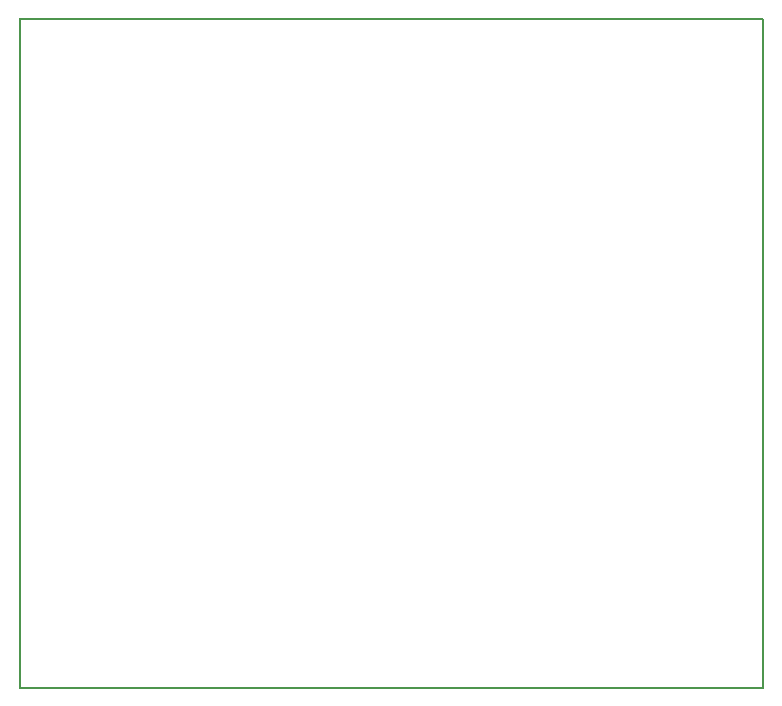
<source format=gm1>
G04 #@! TF.FileFunction,Profile,NP*
%FSLAX46Y46*%
G04 Gerber Fmt 4.6, Leading zero omitted, Abs format (unit mm)*
G04 Created by KiCad (PCBNEW (2015-08-13 BZR 6091)-product) date Tuesday, February 23, 2016 'AMt' 08:26:50 AM*
%MOMM*%
G01*
G04 APERTURE LIST*
%ADD10C,0.100000*%
%ADD11C,0.150000*%
G04 APERTURE END LIST*
D10*
D11*
X135410000Y-97900000D02*
X72490000Y-97900000D01*
X135410000Y-154570000D02*
X135410000Y-97900000D01*
X72550000Y-154570000D02*
X135410000Y-154570000D01*
X72550000Y-97790000D02*
X72550000Y-154570000D01*
M02*

</source>
